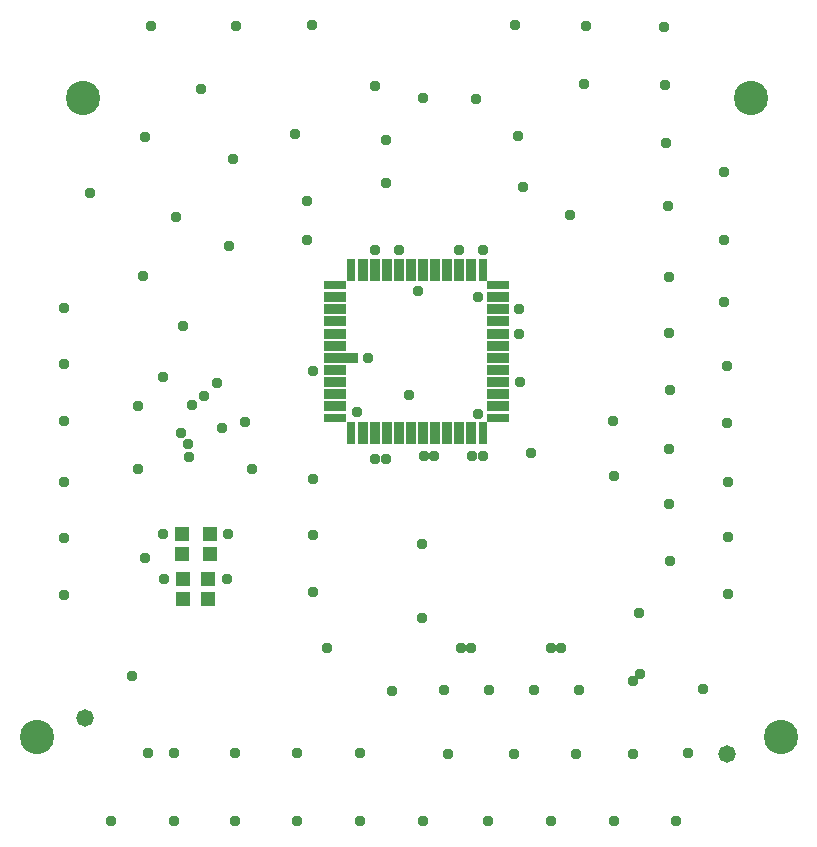
<source format=gbr>
G04 EAGLE Gerber X2 export*
G75*
%MOMM*%
%FSLAX34Y34*%
%LPD*%
%AMOC8*
5,1,8,0,0,1.08239X$1,22.5*%
G01*
%ADD10C,2.903200*%
%ADD11R,1.949169X0.815200*%
%ADD12R,2.955600X0.815200*%
%ADD13R,1.949169X0.789700*%
%ADD14R,0.789700X1.949169*%
%ADD15R,0.815200X1.949169*%
%ADD16C,1.473200*%
%ADD17R,1.203200X1.303200*%
%ADD18C,0.959600*%


D10*
X69500Y650000D03*
X635000Y650000D03*
X30000Y109000D03*
X660000Y109000D03*
D11*
X282982Y420100D03*
D12*
X288006Y430300D03*
D11*
X282982Y409900D03*
X282982Y399700D03*
X282982Y389500D03*
D13*
X282982Y379300D03*
D14*
X295900Y366382D03*
D15*
X306100Y366382D03*
X316300Y366382D03*
X326500Y366382D03*
X336700Y366382D03*
X346900Y366382D03*
X357100Y366382D03*
X367300Y366382D03*
X377500Y366382D03*
X387700Y366382D03*
X397900Y366382D03*
D14*
X408100Y366382D03*
D13*
X421018Y379300D03*
D11*
X421018Y389500D03*
X421018Y399700D03*
X421018Y409900D03*
X421018Y420100D03*
X421018Y430300D03*
X421018Y440500D03*
X421018Y450700D03*
X421018Y460900D03*
X421018Y471100D03*
X421018Y481300D03*
D13*
X421018Y491500D03*
D14*
X408100Y504418D03*
D15*
X397900Y504418D03*
X387700Y504418D03*
X377500Y504418D03*
X367300Y504418D03*
X357100Y504418D03*
X346900Y504418D03*
X336700Y504418D03*
X326500Y504418D03*
X316300Y504418D03*
X306100Y504418D03*
D14*
X295900Y504418D03*
D13*
X282982Y491500D03*
D11*
X282982Y481300D03*
X282982Y471100D03*
X282982Y460900D03*
X282982Y450700D03*
X282982Y440500D03*
D16*
X614759Y94950D03*
X70945Y125430D03*
D17*
X153822Y242790D03*
X153822Y225790D03*
X175082Y242790D03*
X175082Y225790D03*
X152857Y280915D03*
X152857Y263915D03*
X176530Y280915D03*
X176530Y263915D03*
D18*
X122174Y260858D03*
X615442Y230124D03*
X565912Y257810D03*
X615188Y278384D03*
X565658Y306070D03*
X540258Y214122D03*
X615188Y325374D03*
X518668Y329692D03*
X565658Y353060D03*
X518414Y376682D03*
X614426Y375158D03*
X448310Y349250D03*
X356616Y272796D03*
X356362Y209550D03*
X263906Y327406D03*
X263906Y280416D03*
X264160Y232156D03*
X275844Y184150D03*
X565912Y403098D03*
X571754Y38100D03*
X486918Y94996D03*
X518668Y38100D03*
X465328Y38100D03*
X412242Y38100D03*
X357124Y37846D03*
X304038Y37846D03*
X250698Y37846D03*
X197612Y37846D03*
X250698Y95504D03*
X197612Y95504D03*
X378714Y94742D03*
X304038Y95504D03*
X433832Y94996D03*
X146050Y38100D03*
X92964Y38100D03*
X115824Y336042D03*
X52832Y324612D03*
X52832Y277622D03*
X53086Y229362D03*
X115570Y389128D03*
X53086Y376682D03*
X52832Y424942D03*
X52832Y471932D03*
X153670Y457200D03*
X120142Y499110D03*
X148082Y549656D03*
X259080Y529590D03*
X169164Y657352D03*
X196088Y598170D03*
X121412Y616966D03*
X74930Y569722D03*
X127254Y711200D03*
X198882Y710946D03*
X262890Y711708D03*
X437388Y617982D03*
X441960Y575056D03*
X402336Y648970D03*
X357378Y649732D03*
X316484Y659892D03*
X325882Y614680D03*
X325628Y578104D03*
X259080Y562864D03*
X435356Y711708D03*
X495300Y710946D03*
X493522Y662178D03*
X562102Y660908D03*
X560832Y710184D03*
X562610Y612140D03*
X564642Y558292D03*
X611886Y587756D03*
X611886Y530098D03*
X612394Y477266D03*
X565658Y498348D03*
X565658Y451358D03*
X614172Y423418D03*
X594614Y150114D03*
X581152Y95758D03*
X488950Y149098D03*
X451104Y148844D03*
X413004Y148844D03*
X375158Y149098D03*
X330708Y148082D03*
X534733Y156197D03*
X541160Y162624D03*
X316791Y344068D03*
X325879Y344068D03*
X389105Y184531D03*
X398193Y184531D03*
X357660Y346812D03*
X366748Y346812D03*
X465280Y184480D03*
X474368Y184480D03*
X398503Y347066D03*
X438155Y471098D03*
X301600Y384124D03*
X438912Y409880D03*
X438582Y450698D03*
X183058Y408584D03*
X172136Y397916D03*
X161366Y389941D03*
X158598Y357048D03*
X151917Y366293D03*
X345567Y398323D03*
X186944Y370840D03*
X206273Y375844D03*
X212141Y335991D03*
X264058Y419303D03*
X158826Y345846D03*
X407591Y347066D03*
X316306Y521081D03*
X336677Y521081D03*
X387680Y521081D03*
X408102Y521081D03*
X403835Y481279D03*
X352755Y486613D03*
X310236Y430301D03*
X404038Y382270D03*
X192227Y281076D03*
X137185Y280670D03*
X137160Y413944D03*
X124358Y95174D03*
X192710Y524891D03*
X481228Y551282D03*
X535000Y94539D03*
X146101Y95275D03*
X248869Y620039D03*
X138049Y242748D03*
X190830Y242824D03*
X110769Y160807D03*
M02*

</source>
